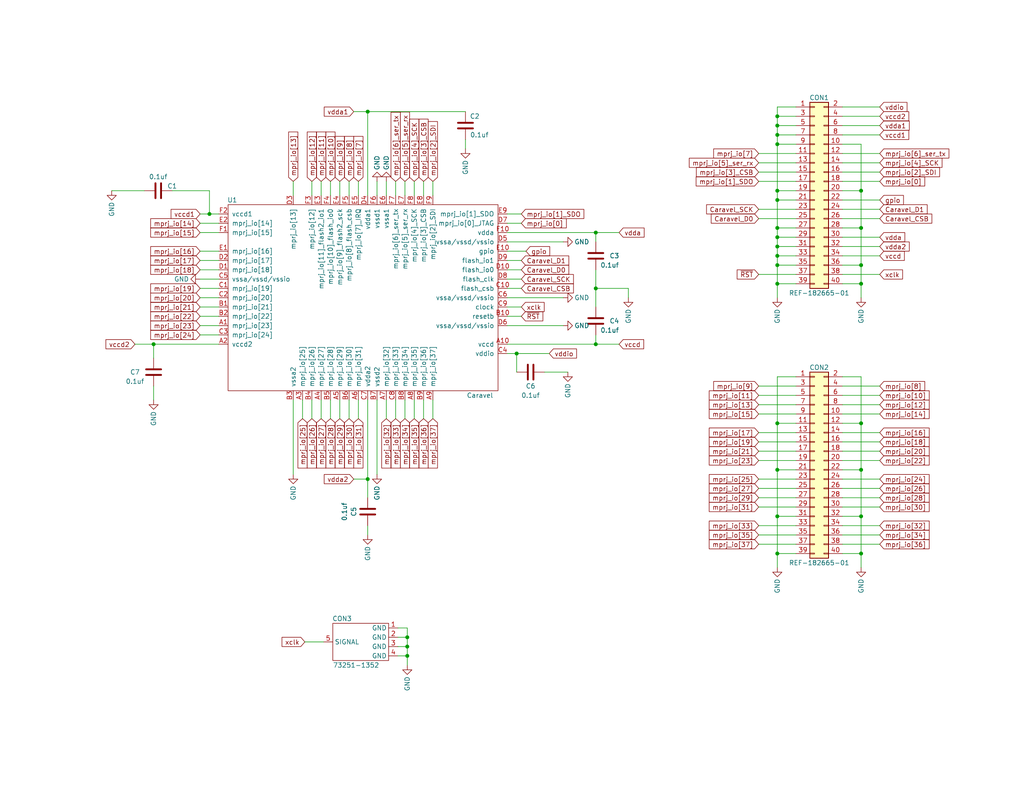
<source format=kicad_sch>
(kicad_sch (version 20211123) (generator eeschema)
  (paper "A")
  (lib_symbols
    (symbol "Connector_Generic:Conn_02x20_Odd_Even" (pin_names (offset 1.016) hide)
      (property "Reference" "J" (at 1.27 25.4 0))
      (property "Value" "Conn_02x20_Odd_Even" (at 1.27 -27.94 0))
      (symbol "Conn_02x20_Odd_Even_1_1"
        (rectangle (start -1.27 -25.273) (end 0 -25.527) (stroke (width 0.1524)))
        (rectangle (start -1.27 -22.733) (end 0 -22.987) (stroke (width 0.1524)))
        (rectangle (start -1.27 -20.193) (end 0 -20.447) (stroke (width 0.1524)))
        (rectangle (start -1.27 -17.653) (end 0 -17.907) (stroke (width 0.1524)))
        (rectangle (start -1.27 -15.113) (end 0 -15.367) (stroke (width 0.1524)))
        (rectangle (start -1.27 -12.573) (end 0 -12.827) (stroke (width 0.1524)))
        (rectangle (start -1.27 -10.033) (end 0 -10.287) (stroke (width 0.1524)))
        (rectangle (start -1.27 -7.493) (end 0 -7.747) (stroke (width 0.1524)))
        (rectangle (start -1.27 -4.953) (end 0 -5.207) (stroke (width 0.1524)))
        (rectangle (start -1.27 -2.413) (end 0 -2.667) (stroke (width 0.1524)))
        (rectangle (start -1.27 0.127) (end 0 -0.127) (stroke (width 0.1524)))
        (rectangle (start -1.27 2.667) (end 0 2.413) (stroke (width 0.1524)))
        (rectangle (start -1.27 5.207) (end 0 4.953) (stroke (width 0.1524)))
        (rectangle (start -1.27 7.747) (end 0 7.493) (stroke (width 0.1524)))
        (rectangle (start -1.27 10.287) (end 0 10.033) (stroke (width 0.1524)))
        (rectangle (start -1.27 12.827) (end 0 12.573) (stroke (width 0.1524)))
        (rectangle (start -1.27 15.367) (end 0 15.113) (stroke (width 0.1524)))
        (rectangle (start -1.27 17.907) (end 0 17.653) (stroke (width 0.1524)))
        (rectangle (start -1.27 20.447) (end 0 20.193) (stroke (width 0.1524)))
        (rectangle (start -1.27 22.987) (end 0 22.733) (stroke (width 0.1524)))
        (rectangle (start -1.27 24.13) (end 3.81 -26.67) (stroke (width 0.254)) (fill (type background)))
        (rectangle (start 3.81 -25.273) (end 2.54 -25.527) (stroke (width 0.1524)))
        (rectangle (start 3.81 -22.733) (end 2.54 -22.987) (stroke (width 0.1524)))
        (rectangle (start 3.81 -20.193) (end 2.54 -20.447) (stroke (width 0.1524)))
        (rectangle (start 3.81 -17.653) (end 2.54 -17.907) (stroke (width 0.1524)))
        (rectangle (start 3.81 -15.113) (end 2.54 -15.367) (stroke (width 0.1524)))
        (rectangle (start 3.81 -12.573) (end 2.54 -12.827) (stroke (width 0.1524)))
        (rectangle (start 3.81 -10.033) (end 2.54 -10.287) (stroke (width 0.1524)))
        (rectangle (start 3.81 -7.493) (end 2.54 -7.747) (stroke (width 0.1524)))
        (rectangle (start 3.81 -4.953) (end 2.54 -5.207) (stroke (width 0.1524)))
        (rectangle (start 3.81 -2.413) (end 2.54 -2.667) (stroke (width 0.1524)))
        (rectangle (start 3.81 0.127) (end 2.54 -0.127) (stroke (width 0.1524)))
        (rectangle (start 3.81 2.667) (end 2.54 2.413) (stroke (width 0.1524)))
        (rectangle (start 3.81 5.207) (end 2.54 4.953) (stroke (width 0.1524)))
        (rectangle (start 3.81 7.747) (end 2.54 7.493) (stroke (width 0.1524)))
        (rectangle (start 3.81 10.287) (end 2.54 10.033) (stroke (width 0.1524)))
        (rectangle (start 3.81 12.827) (end 2.54 12.573) (stroke (width 0.1524)))
        (rectangle (start 3.81 15.367) (end 2.54 15.113) (stroke (width 0.1524)))
        (rectangle (start 3.81 17.907) (end 2.54 17.653) (stroke (width 0.1524)))
        (rectangle (start 3.81 20.447) (end 2.54 20.193) (stroke (width 0.1524)))
        (rectangle (start 3.81 22.987) (end 2.54 22.733) (stroke (width 0.1524)))
        (pin passive line (at -5.08 22.86 0) (length 3.81) (name "Pin_1") (number "1"))
        (pin passive line (at 7.62 12.7 180) (length 3.81) (name "Pin_10") (number "10"))
        (pin passive line (at -5.08 10.16 0) (length 3.81) (name "Pin_11") (number "11"))
        (pin passive line (at 7.62 10.16 180) (length 3.81) (name "Pin_12") (number "12"))
        (pin passive line (at -5.08 7.62 0) (length 3.81) (name "Pin_13") (number "13"))
        (pin passive line (at 7.62 7.62 180) (length 3.81) (name "Pin_14") (number "14"))
        (pin passive line (at -5.08 5.08 0) (length 3.81) (name "Pin_15") (number "15"))
        (pin passive line (at 7.62 5.08 180) (length 3.81) (name "Pin_16") (number "16"))
        (pin passive line (at -5.08 2.54 0) (length 3.81) (name "Pin_17") (number "17"))
        (pin passive line (at 7.62 2.54 180) (length 3.81) (name "Pin_18") (number "18"))
        (pin passive line (at -5.08 0 0) (length 3.81) (name "Pin_19") (number "19"))
        (pin passive line (at 7.62 22.86 180) (length 3.81) (name "Pin_2") (number "2"))
        (pin passive line (at 7.62 0 180) (length 3.81) (name "Pin_20") (number "20"))
        (pin passive line (at -5.08 -2.54 0) (length 3.81) (name "Pin_21") (number "21"))
        (pin passive line (at 7.62 -2.54 180) (length 3.81) (name "Pin_22") (number "22"))
        (pin passive line (at -5.08 -5.08 0) (length 3.81) (name "Pin_23") (number "23"))
        (pin passive line (at 7.62 -5.08 180) (length 3.81) (name "Pin_24") (number "24"))
        (pin passive line (at -5.08 -7.62 0) (length 3.81) (name "Pin_25") (number "25"))
        (pin passive line (at 7.62 -7.62 180) (length 3.81) (name "Pin_26") (number "26"))
        (pin passive line (at -5.08 -10.16 0) (length 3.81) (name "Pin_27") (number "27"))
        (pin passive line (at 7.62 -10.16 180) (length 3.81) (name "Pin_28") (number "28"))
        (pin passive line (at -5.08 -12.7 0) (length 3.81) (name "Pin_29") (number "29"))
        (pin passive line (at -5.08 20.32 0) (length 3.81) (name "Pin_3") (number "3"))
        (pin passive line (at 7.62 -12.7 180) (length 3.81) (name "Pin_30") (number "30"))
        (pin passive line (at -5.08 -15.24 0) (length 3.81) (name "Pin_31") (number "31"))
        (pin passive line (at 7.62 -15.24 180) (length 3.81) (name "Pin_32") (number "32"))
        (pin passive line (at -5.08 -17.78 0) (length 3.81) (name "Pin_33") (number "33"))
        (pin passive line (at 7.62 -17.78 180) (length 3.81) (name "Pin_34") (number "34"))
        (pin passive line (at -5.08 -20.32 0) (length 3.81) (name "Pin_35") (number "35"))
        (pin passive line (at 7.62 -20.32 180) (length 3.81) (name "Pin_36") (number "36"))
        (pin passive line (at -5.08 -22.86 0) (length 3.81) (name "Pin_37") (number "37"))
        (pin passive line (at 7.62 -22.86 180) (length 3.81) (name "Pin_38") (number "38"))
        (pin passive line (at -5.08 -25.4 0) (length 3.81) (name "Pin_39") (number "39"))
        (pin passive line (at 7.62 20.32 180) (length 3.81) (name "Pin_4") (number "4"))
        (pin passive line (at 7.62 -25.4 180) (length 3.81) (name "Pin_40") (number "40"))
        (pin passive line (at -5.08 17.78 0) (length 3.81) (name "Pin_5") (number "5"))
        (pin passive line (at 7.62 17.78 180) (length 3.81) (name "Pin_6") (number "6"))
        (pin passive line (at -5.08 15.24 0) (length 3.81) (name "Pin_7") (number "7"))
        (pin passive line (at 7.62 15.24 180) (length 3.81) (name "Pin_8") (number "8"))
        (pin passive line (at -5.08 12.7 0) (length 3.81) (name "Pin_9") (number "9"))
      )
    )
    (symbol "Device:C" (pin_numbers hide) (pin_names (offset 0.254))
      (property "Reference" "C" (at 0.635 2.54 0))
      (property "Value" "C" (at 0.635 -2.54 0))
      (symbol "C_0_1"
        (polyline (pts (xy -2.032 -0.762) (xy 2.032 -0.762)) (stroke (width 0.508)))
        (polyline (pts (xy -2.032 0.762) (xy 2.032 0.762)) (stroke (width 0.508)))
      )
      (symbol "C_1_1"
        (pin passive line (at 0 3.81 270) (length 2.794) (name "~") (number "1"))
        (pin passive line (at 0 -3.81 90) (length 2.794) (name "~") (number "2"))
      )
    )
    (symbol "ok-chips:Caravel_WLCSP" (pin_names (offset 1.016))
      (property "Reference" "U" (at -24.13 34.29 0))
      (property "Value" "Caravel_WLCSP" (at 27.94 -40.64 0))
      (symbol "Caravel_WLCSP_0_1"
        (rectangle (start -24.13 31.75) (end 26.67 -41.91))
      )
      (symbol "Caravel_WLCSP_1_1"
        (pin bidirectional line (at -6.35 34.29 270) (length 2.54) (name "mprj_io[23]") (number "A1"))
        (pin power_in line (at -11.43 -44.45 90) (length 2.54) (name "vccd") (number "A10"))
        (pin power_in line (at -11.43 34.29 270) (length 2.54) (name "vccd2") (number "A2"))
        (pin bidirectional line (at -26.67 11.43 0) (length 2.54) (name "mprj_io[25]") (number "A3"))
        (pin bidirectional line (at -26.67 6.35 0) (length 2.54) (name "mprj_io[27]") (number "A4"))
        (pin bidirectional line (at -26.67 1.27 0) (length 2.54) (name "mprj_io[29]") (number "A5"))
        (pin bidirectional line (at -26.67 -3.81 0) (length 2.54) (name "mprj_io[31]") (number "A6"))
        (pin bidirectional line (at -26.67 -11.43 0) (length 2.54) (name "mprj_io[32]") (number "A7"))
        (pin bidirectional line (at -26.67 -19.05 0) (length 2.54) (name "mprj_io[35]") (number "A8"))
        (pin bidirectional line (at -26.67 -24.13 0) (length 2.54) (name "mprj_io[37]") (number "A9"))
        (pin bidirectional line (at -1.27 34.29 270) (length 2.54) (name "mprj_io[21]") (number "B1"))
        (pin input line (at -3.81 -44.45 90) (length 2.54) (name "resetb") (number "B10"))
        (pin bidirectional line (at -3.81 34.29 270) (length 2.54) (name "mprj_io[22]") (number "B2"))
        (pin power_in line (at -26.67 13.97 0) (length 2.54) (name "vssa2") (number "B3"))
        (pin bidirectional line (at -26.67 8.89 0) (length 2.54) (name "mprj_io[26]") (number "B4"))
        (pin bidirectional line (at -26.67 3.81 0) (length 2.54) (name "mprj_io[28]") (number "B5"))
        (pin bidirectional line (at -26.67 -1.27 0) (length 2.54) (name "mprj_io[30]") (number "B6"))
        (pin power_in line (at -26.67 -8.89 0) (length 2.54) (name "vssd2") (number "B7"))
        (pin bidirectional line (at -26.67 -16.51 0) (length 2.54) (name "mprj_io[34]") (number "B8"))
        (pin bidirectional line (at -26.67 -21.59 0) (length 2.54) (name "mprj_io[36]") (number "B9"))
        (pin bidirectional line (at 3.81 34.29 270) (length 2.54) (name "mprj_io[19]") (number "C1"))
        (pin output line (at 3.81 -44.45 90) (length 2.54) (name "flash_csb") (number "C10"))
        (pin bidirectional line (at 1.27 34.29 270) (length 2.54) (name "mprj_io[20]") (number "C2"))
        (pin bidirectional line (at -8.89 34.29 270) (length 2.54) (name "mprj_io[24]") (number "C3"))
        (pin power_in line (at -13.97 -44.45 90) (length 2.54) (name "vddio") (number "C4"))
        (pin power_in line (at 6.35 34.29 270) (length 2.54) (name "vssa/vssd/vssio") (number "C5"))
        (pin power_in line (at 1.27 -44.45 90) (length 2.54) (name "vssa/vssd/vssio") (number "C6"))
        (pin power_in line (at -26.67 -6.35 0) (length 2.54) (name "vdda2") (number "C7"))
        (pin bidirectional line (at -26.67 -13.97 0) (length 2.54) (name "mprj_io[33]") (number "C8"))
        (pin input line (at -1.27 -44.45 90) (length 2.54) (name "clock") (number "C9"))
        (pin bidirectional line (at 8.89 34.29 270) (length 2.54) (name "mprj_io[18]") (number "D1"))
        (pin bidirectional line (at 8.89 -44.45 90) (length 2.54) (name "flash_io0") (number "D10"))
        (pin bidirectional line (at 11.43 34.29 270) (length 2.54) (name "mprj_io[17]") (number "D2"))
        (pin bidirectional line (at 29.21 13.97 180) (length 2.54) (name "mprj_io[13]") (number "D3"))
        (pin power_in line (at 29.21 -6.35 180) (length 2.54) (name "vdda1") (number "D4"))
        (pin power_in line (at 16.51 -44.45 90) (length 2.54) (name "vssa/vssd/vssio") (number "D5"))
        (pin power_in line (at -6.35 -44.45 90) (length 2.54) (name "vssa/vssd/vssio") (number "D6"))
        (pin bidirectional line (at 21.59 -44.45 90) (length 2.54) (name "mprj_io[0]_JTAG") (number "D7"))
        (pin output line (at 6.35 -44.45 90) (length 2.54) (name "flash_clk") (number "D8"))
        (pin bidirectional line (at 11.43 -44.45 90) (length 2.54) (name "flash_io1") (number "D9"))
        (pin bidirectional line (at 13.97 34.29 270) (length 2.54) (name "mprj_io[16]") (number "E1"))
        (pin bidirectional line (at 13.97 -44.45 90) (length 2.54) (name "gpio") (number "E10"))
        (pin bidirectional line (at 21.59 34.29 270) (length 2.54) (name "mprj_io[14]") (number "E2"))
        (pin bidirectional line (at 29.21 6.35 180) (length 2.54) (name "mprj_io[11]_flash2_io1") (number "E3"))
        (pin bidirectional line (at 29.21 1.27 180) (length 2.54) (name "mprj_io[9]_flash2_sck") (number "E4"))
        (pin bidirectional line (at 29.21 -3.81 180) (length 2.54) (name "mprj_io[7]_IRQ") (number "E5"))
        (pin power_in line (at 29.21 -11.43 180) (length 2.54) (name "vssa1") (number "E6"))
        (pin bidirectional line (at 29.21 -16.51 180) (length 2.54) (name "mprj_io[5]_ser_rx") (number "E7"))
        (pin bidirectional line (at 29.21 -21.59 180) (length 2.54) (name "mprj_io[3]_CSB") (number "E8"))
        (pin bidirectional line (at 24.13 -44.45 90) (length 2.54) (name "mprj_io[1]_SDO") (number "E9"))
        (pin bidirectional line (at 19.05 34.29 270) (length 2.54) (name "mprj_io[15]") (number "F1"))
        (pin power_in line (at 19.05 -44.45 90) (length 2.54) (name "vdda") (number "F10"))
        (pin power_in line (at 24.13 34.29 270) (length 2.54) (name "vccd1") (number "F2"))
        (pin bidirectional line (at 29.21 8.89 180) (length 2.54) (name "mprj_io[12]") (number "F3"))
        (pin bidirectional line (at 29.21 3.81 180) (length 2.54) (name "mprj_io[10]_flash_io0") (number "F4"))
        (pin bidirectional line (at 29.21 -1.27 180) (length 2.54) (name "mprj_io[8]_flash_csb") (number "F5"))
        (pin power_in line (at 29.21 -8.89 180) (length 2.54) (name "vssd1") (number "F6"))
        (pin bidirectional line (at 29.21 -13.97 180) (length 2.54) (name "mprj_io[6]_ser_tx") (number "F7"))
        (pin bidirectional line (at 29.21 -19.05 180) (length 2.54) (name "mprj_io[4]_SCK") (number "F8"))
        (pin bidirectional line (at 29.21 -24.13 180) (length 2.54) (name "mprj_io[2]_SDI") (number "F9"))
      )
    )
    (symbol "ok-connectors:SMA_TH"
      (property "Reference" "CON" (at -5.08 6.35 0))
      (property "Value" "SMA_TH" (at -2.54 -6.35 0))
      (symbol "SMA_TH_0_1"
        (rectangle (start -7.62 5.08) (end 7.62 -5.08))
      )
      (symbol "SMA_TH_1_1"
        (pin input line (at 10.16 3.81 180) (length 2.54) (name "GND") (number "1"))
        (pin input line (at 10.16 1.27 180) (length 2.54) (name "GND") (number "2"))
        (pin input line (at 10.16 -1.27 180) (length 2.54) (name "GND") (number "3"))
        (pin input line (at 10.16 -3.81 180) (length 2.54) (name "GND") (number "4"))
        (pin input line (at -10.16 0 0) (length 2.54) (name "SIGNAL") (number "5"))
      )
    )
    (symbol "power:GND" (power) (pin_names (offset 0))
      (property "Value" "GND" (at 0 -3.81 0))
      (symbol "GND_0_1"
        (polyline (pts (xy 0 0) (xy 0 -1.27) (xy 1.27 -1.27) (xy 0 -2.54) (xy -1.27 -1.27) (xy 0 -1.27)))
      )
      (symbol "GND_1_1"
        (pin power_in line (at 0 0 270) (length 0) hide (name "GND") (number "1"))
      )
    )
  )
  (junction (at 41.91 93.98))
  (junction (at 111.125 176.53))
  (junction (at 212.09 62.23))
  (junction (at 162.56 63.5))
  (junction (at 212.09 52.07))
  (junction (at 212.09 64.77))
  (junction (at 212.09 34.29))
  (junction (at 100.33 130.81))
  (junction (at 111.125 179.07))
  (junction (at 234.95 62.23))
  (junction (at 162.56 93.98))
  (junction (at 111.125 173.99))
  (junction (at 212.09 128.27))
  (junction (at 212.09 36.83))
  (junction (at 140.97 96.52))
  (junction (at 100.33 30.48))
  (junction (at 212.09 67.31))
  (junction (at 234.95 140.97))
  (junction (at 162.56 78.74))
  (junction (at 212.09 69.85))
  (junction (at 212.09 72.39))
  (junction (at 57.15 58.42))
  (junction (at 212.09 77.47))
  (junction (at 234.95 151.13))
  (junction (at 212.09 115.57))
  (junction (at 212.09 151.13))
  (junction (at 234.95 115.57))
  (junction (at 234.95 52.07))
  (junction (at 212.09 39.37))
  (junction (at 212.09 31.75))
  (junction (at 234.95 128.27))
  (junction (at 212.09 54.61))
  (junction (at 234.95 72.39))
  (junction (at 212.09 140.97))
  (junction (at 234.95 77.47))
  (wire (pts (xy 229.87 120.65) (xy 240.03 120.65)))
  (wire (pts (xy 229.87 135.89) (xy 240.03 135.89)))
  (wire (pts (xy 100.33 30.48) (xy 100.33 53.34)))
  (wire (pts (xy 108.585 176.53) (xy 111.125 176.53)))
  (wire (pts (xy 207.01 74.93) (xy 217.17 74.93)))
  (wire (pts (xy 140.97 96.52) (xy 138.43 96.52)))
  (wire (pts (xy 217.17 69.85) (xy 212.09 69.85)))
  (wire (pts (xy 229.87 29.21) (xy 240.03 29.21)))
  (wire (pts (xy 207.01 59.69) (xy 217.17 59.69)))
  (wire (pts (xy 59.69 83.82) (xy 54.61 83.82)))
  (wire (pts (xy 168.91 63.5) (xy 162.56 63.5)))
  (wire (pts (xy 229.87 74.93) (xy 240.03 74.93)))
  (wire (pts (xy 229.87 105.41) (xy 240.03 105.41)))
  (wire (pts (xy 207.01 113.03) (xy 217.17 113.03)))
  (wire (pts (xy 212.09 36.83) (xy 212.09 39.37)))
  (wire (pts (xy 59.69 73.66) (xy 54.61 73.66)))
  (wire (pts (xy 229.87 118.11) (xy 240.03 118.11)))
  (wire (pts (xy 111.125 173.99) (xy 111.125 176.53)))
  (wire (pts (xy 212.09 102.87) (xy 212.09 115.57)))
  (wire (pts (xy 229.87 115.57) (xy 234.95 115.57)))
  (wire (pts (xy 229.87 125.73) (xy 240.03 125.73)))
  (wire (pts (xy 207.01 123.19) (xy 217.17 123.19)))
  (wire (pts (xy 212.09 128.27) (xy 212.09 140.97)))
  (wire (pts (xy 100.33 30.48) (xy 127 30.48)))
  (wire (pts (xy 207.01 118.11) (xy 217.17 118.11)))
  (wire (pts (xy 140.97 96.52) (xy 140.97 101.6)))
  (wire (pts (xy 41.91 93.98) (xy 36.83 93.98)))
  (wire (pts (xy 229.87 34.29) (xy 240.03 34.29)))
  (wire (pts (xy 82.55 114.3) (xy 82.55 109.22)))
  (wire (pts (xy 80.01 49.53) (xy 80.01 53.34)))
  (wire (pts (xy 142.24 71.12) (xy 138.43 71.12)))
  (wire (pts (xy 207.01 125.73) (xy 217.17 125.73)))
  (wire (pts (xy 80.01 129.54) (xy 80.01 109.22)))
  (wire (pts (xy 115.57 114.3) (xy 115.57 109.22)))
  (wire (pts (xy 212.09 31.75) (xy 217.17 31.75)))
  (wire (pts (xy 229.87 110.49) (xy 240.03 110.49)))
  (wire (pts (xy 229.87 62.23) (xy 234.95 62.23)))
  (wire (pts (xy 229.87 49.53) (xy 240.03 49.53)))
  (wire (pts (xy 30.48 52.07) (xy 39.37 52.07)))
  (wire (pts (xy 234.95 128.27) (xy 234.95 140.97)))
  (wire (pts (xy 83.185 175.26) (xy 88.265 175.26)))
  (wire (pts (xy 57.15 58.42) (xy 59.69 58.42)))
  (wire (pts (xy 229.87 146.05) (xy 240.03 146.05)))
  (wire (pts (xy 113.03 114.3) (xy 113.03 109.22)))
  (wire (pts (xy 207.01 49.53) (xy 217.17 49.53)))
  (wire (pts (xy 142.24 83.82) (xy 138.43 83.82)))
  (wire (pts (xy 217.17 102.87) (xy 212.09 102.87)))
  (wire (pts (xy 229.87 57.15) (xy 240.03 57.15)))
  (wire (pts (xy 92.71 114.3) (xy 92.71 109.22)))
  (wire (pts (xy 41.91 93.98) (xy 59.69 93.98)))
  (wire (pts (xy 229.87 140.97) (xy 234.95 140.97)))
  (wire (pts (xy 97.79 114.3) (xy 97.79 109.22)))
  (wire (pts (xy 229.87 123.19) (xy 240.03 123.19)))
  (wire (pts (xy 212.09 64.77) (xy 212.09 67.31)))
  (wire (pts (xy 110.49 114.3) (xy 110.49 109.22)))
  (wire (pts (xy 212.09 39.37) (xy 217.17 39.37)))
  (wire (pts (xy 207.01 146.05) (xy 217.17 146.05)))
  (wire (pts (xy 207.01 143.51) (xy 217.17 143.51)))
  (wire (pts (xy 168.91 93.98) (xy 162.56 93.98)))
  (wire (pts (xy 207.01 138.43) (xy 217.17 138.43)))
  (wire (pts (xy 100.33 135.89) (xy 100.33 130.81)))
  (wire (pts (xy 41.91 93.98) (xy 41.91 97.79)))
  (wire (pts (xy 100.33 130.81) (xy 100.33 109.22)))
  (wire (pts (xy 212.09 34.29) (xy 212.09 36.83)))
  (wire (pts (xy 212.09 54.61) (xy 212.09 62.23)))
  (wire (pts (xy 229.87 107.95) (xy 240.03 107.95)))
  (wire (pts (xy 229.87 72.39) (xy 234.95 72.39)))
  (wire (pts (xy 212.09 69.85) (xy 212.09 72.39)))
  (wire (pts (xy 207.01 120.65) (xy 217.17 120.65)))
  (wire (pts (xy 90.17 49.53) (xy 90.17 53.34)))
  (wire (pts (xy 212.09 140.97) (xy 217.17 140.97)))
  (wire (pts (xy 229.87 67.31) (xy 240.03 67.31)))
  (wire (pts (xy 105.41 49.53) (xy 105.41 53.34)))
  (wire (pts (xy 142.24 73.66) (xy 138.43 73.66)))
  (wire (pts (xy 212.09 151.13) (xy 212.09 154.94)))
  (wire (pts (xy 142.24 78.74) (xy 138.43 78.74)))
  (wire (pts (xy 111.125 179.07) (xy 111.125 181.61)))
  (wire (pts (xy 111.125 176.53) (xy 111.125 179.07)))
  (wire (pts (xy 110.49 49.53) (xy 110.49 53.34)))
  (wire (pts (xy 212.09 77.47) (xy 217.17 77.47)))
  (wire (pts (xy 100.33 143.51) (xy 100.33 146.05)))
  (wire (pts (xy 90.17 114.3) (xy 90.17 109.22)))
  (wire (pts (xy 234.95 72.39) (xy 234.95 77.47)))
  (wire (pts (xy 85.09 114.3) (xy 85.09 109.22)))
  (wire (pts (xy 87.63 114.3) (xy 87.63 109.22)))
  (wire (pts (xy 118.11 53.34) (xy 118.11 49.53)))
  (wire (pts (xy 229.87 130.81) (xy 240.03 130.81)))
  (wire (pts (xy 162.56 93.98) (xy 138.43 93.98)))
  (wire (pts (xy 234.95 77.47) (xy 234.95 81.28)))
  (wire (pts (xy 153.67 66.04) (xy 138.43 66.04)))
  (wire (pts (xy 234.95 140.97) (xy 234.95 151.13)))
  (wire (pts (xy 162.56 78.74) (xy 162.56 83.82)))
  (wire (pts (xy 57.15 58.42) (xy 57.15 52.07)))
  (wire (pts (xy 212.09 31.75) (xy 212.09 34.29)))
  (wire (pts (xy 229.87 148.59) (xy 240.03 148.59)))
  (wire (pts (xy 229.87 138.43) (xy 240.03 138.43)))
  (wire (pts (xy 217.17 72.39) (xy 212.09 72.39)))
  (wire (pts (xy 217.17 64.77) (xy 212.09 64.77)))
  (wire (pts (xy 143.51 68.58) (xy 138.43 68.58)))
  (wire (pts (xy 229.87 46.99) (xy 240.03 46.99)))
  (wire (pts (xy 59.69 91.44) (xy 54.61 91.44)))
  (wire (pts (xy 107.95 49.53) (xy 107.95 53.34)))
  (wire (pts (xy 162.56 91.44) (xy 162.56 93.98)))
  (wire (pts (xy 95.25 49.53) (xy 95.25 53.34)))
  (wire (pts (xy 207.01 44.45) (xy 217.17 44.45)))
  (wire (pts (xy 229.87 64.77) (xy 240.03 64.77)))
  (wire (pts (xy 138.43 63.5) (xy 162.56 63.5)))
  (wire (pts (xy 92.71 49.53) (xy 92.71 53.34)))
  (wire (pts (xy 100.33 130.81) (xy 96.52 130.81)))
  (wire (pts (xy 162.56 73.66) (xy 162.56 78.74)))
  (wire (pts (xy 57.15 52.07) (xy 46.99 52.07)))
  (wire (pts (xy 113.03 49.53) (xy 113.03 53.34)))
  (wire (pts (xy 212.09 67.31) (xy 212.09 69.85)))
  (wire (pts (xy 142.24 76.2) (xy 138.43 76.2)))
  (wire (pts (xy 207.01 110.49) (xy 217.17 110.49)))
  (wire (pts (xy 108.585 173.99) (xy 111.125 173.99)))
  (wire (pts (xy 207.01 107.95) (xy 217.17 107.95)))
  (wire (pts (xy 207.01 148.59) (xy 217.17 148.59)))
  (wire (pts (xy 59.69 81.28) (xy 54.61 81.28)))
  (wire (pts (xy 100.33 30.48) (xy 96.52 30.48)))
  (wire (pts (xy 212.09 29.21) (xy 217.17 29.21)))
  (wire (pts (xy 212.09 115.57) (xy 212.09 128.27)))
  (wire (pts (xy 59.69 68.58) (xy 54.61 68.58)))
  (wire (pts (xy 229.87 113.03) (xy 240.03 113.03)))
  (wire (pts (xy 229.87 41.91) (xy 240.03 41.91)))
  (wire (pts (xy 234.95 115.57) (xy 234.95 128.27)))
  (wire (pts (xy 229.87 102.87) (xy 234.95 102.87)))
  (wire (pts (xy 108.585 171.45) (xy 111.125 171.45)))
  (wire (pts (xy 97.79 49.53) (xy 97.79 53.34)))
  (wire (pts (xy 207.01 41.91) (xy 217.17 41.91)))
  (wire (pts (xy 59.69 71.12) (xy 54.61 71.12)))
  (wire (pts (xy 212.09 128.27) (xy 217.17 128.27)))
  (wire (pts (xy 212.09 29.21) (xy 212.09 31.75)))
  (wire (pts (xy 127 40.64) (xy 127 38.1)))
  (wire (pts (xy 102.87 53.34) (xy 102.87 49.53)))
  (wire (pts (xy 217.17 62.23) (xy 212.09 62.23)))
  (wire (pts (xy 212.09 115.57) (xy 217.17 115.57)))
  (wire (pts (xy 229.87 44.45) (xy 240.03 44.45)))
  (wire (pts (xy 59.69 78.74) (xy 54.61 78.74)))
  (wire (pts (xy 234.95 151.13) (xy 234.95 154.94)))
  (wire (pts (xy 229.87 59.69) (xy 240.03 59.69)))
  (wire (pts (xy 115.57 49.53) (xy 115.57 53.34)))
  (wire (pts (xy 229.87 31.75) (xy 240.03 31.75)))
  (wire (pts (xy 229.87 151.13) (xy 234.95 151.13)))
  (wire (pts (xy 229.87 52.07) (xy 234.95 52.07)))
  (wire (pts (xy 207.01 57.15) (xy 217.17 57.15)))
  (wire (pts (xy 153.67 88.9) (xy 138.43 88.9)))
  (wire (pts (xy 229.87 69.85) (xy 240.03 69.85)))
  (wire (pts (xy 212.09 52.07) (xy 212.09 54.61)))
  (wire (pts (xy 54.61 63.5) (xy 59.69 63.5)))
  (wire (pts (xy 108.585 179.07) (xy 111.125 179.07)))
  (wire (pts (xy 85.09 49.53) (xy 85.09 53.34)))
  (wire (pts (xy 212.09 34.29) (xy 217.17 34.29)))
  (wire (pts (xy 229.87 77.47) (xy 234.95 77.47)))
  (wire (pts (xy 154.94 101.6) (xy 148.59 101.6)))
  (wire (pts (xy 105.41 114.3) (xy 105.41 109.22)))
  (wire (pts (xy 212.09 39.37) (xy 212.09 52.07)))
  (wire (pts (xy 229.87 133.35) (xy 240.03 133.35)))
  (wire (pts (xy 229.87 39.37) (xy 234.95 39.37)))
  (wire (pts (xy 59.69 86.36) (xy 54.61 86.36)))
  (wire (pts (xy 212.09 151.13) (xy 217.17 151.13)))
  (wire (pts (xy 229.87 143.51) (xy 240.03 143.51)))
  (wire (pts (xy 140.97 96.52) (xy 149.86 96.52)))
  (wire (pts (xy 212.09 77.47) (xy 212.09 81.28)))
  (wire (pts (xy 171.45 78.74) (xy 171.45 81.28)))
  (wire (pts (xy 41.91 105.41) (xy 41.91 109.22)))
  (wire (pts (xy 212.09 140.97) (xy 212.09 151.13)))
  (wire (pts (xy 207.01 135.89) (xy 217.17 135.89)))
  (wire (pts (xy 229.87 36.83) (xy 240.03 36.83)))
  (wire (pts (xy 207.01 130.81) (xy 217.17 130.81)))
  (wire (pts (xy 234.95 39.37) (xy 234.95 52.07)))
  (wire (pts (xy 54.61 58.42) (xy 57.15 58.42)))
  (wire (pts (xy 234.95 62.23) (xy 234.95 72.39)))
  (wire (pts (xy 142.24 58.42) (xy 138.43 58.42)))
  (wire (pts (xy 212.09 36.83) (xy 217.17 36.83)))
  (wire (pts (xy 212.09 54.61) (xy 217.17 54.61)))
  (wire (pts (xy 107.95 114.3) (xy 107.95 109.22)))
  (wire (pts (xy 87.63 49.53) (xy 87.63 53.34)))
  (wire (pts (xy 207.01 133.35) (xy 217.17 133.35)))
  (wire (pts (xy 153.67 81.28) (xy 138.43 81.28)))
  (wire (pts (xy 207.01 46.99) (xy 217.17 46.99)))
  (wire (pts (xy 118.11 114.3) (xy 118.11 109.22)))
  (wire (pts (xy 95.25 114.3) (xy 95.25 109.22)))
  (wire (pts (xy 54.61 76.2) (xy 59.69 76.2)))
  (wire (pts (xy 234.95 102.87) (xy 234.95 115.57)))
  (wire (pts (xy 162.56 63.5) (xy 162.56 66.04)))
  (wire (pts (xy 142.24 86.36) (xy 138.43 86.36)))
  (wire (pts (xy 212.09 62.23) (xy 212.09 64.77)))
  (wire (pts (xy 234.95 52.07) (xy 234.95 62.23)))
  (wire (pts (xy 229.87 128.27) (xy 234.95 128.27)))
  (wire (pts (xy 162.56 78.74) (xy 171.45 78.74)))
  (wire (pts (xy 59.69 88.9) (xy 54.61 88.9)))
  (wire (pts (xy 111.125 171.45) (xy 111.125 173.99)))
  (wire (pts (xy 207.01 105.41) (xy 217.17 105.41)))
  (wire (pts (xy 229.87 54.61) (xy 240.03 54.61)))
  (wire (pts (xy 217.17 67.31) (xy 212.09 67.31)))
  (wire (pts (xy 59.69 60.96) (xy 54.61 60.96)))
  (wire (pts (xy 102.87 129.54) (xy 102.87 109.22)))
  (wire (pts (xy 212.09 72.39) (xy 212.09 77.47)))
  (wire (pts (xy 212.09 52.07) (xy 217.17 52.07)))
  (wire (pts (xy 142.24 60.96) (xy 138.43 60.96)))
  (global_label "mprj_io[11]" (shape input) (at 207.01 107.95 180) (property "Intersheet References" "${INTERSHEET_REFS}" (effects hide)))
  (global_label "mprj_io[10]" (shape input) (at 240.03 107.95 0) (property "Intersheet References" "${INTERSHEET_REFS}" (effects hide)))
  (global_label "mprj_io[17]" (shape input) (at 54.61 71.12 180) (property "Intersheet References" "${INTERSHEET_REFS}" (effects hide)))
  (global_label "mprj_io[13]" (shape input) (at 80.01 49.53 90) (property "Intersheet References" "${INTERSHEET_REFS}" (effects hide)))
  (global_label "mprj_io[10]" (shape input) (at 90.17 49.53 90) (property "Intersheet References" "${INTERSHEET_REFS}" (effects hide)))
  (global_label "vccd2" (shape input) (at 36.83 93.98 180) (property "Intersheet References" "${INTERSHEET_REFS}" (effects hide)))
  (global_label "vccd" (shape input) (at 168.91 93.98 0) (property "Intersheet References" "${INTERSHEET_REFS}" (effects hide)))
  (global_label "mprj_io[29]" (shape input) (at 92.71 114.3 270) (property "Intersheet References" "${INTERSHEET_REFS}" (effects hide)))
  (global_label "mprj_io[17]" (shape input) (at 207.01 118.11 180) (property "Intersheet References" "${INTERSHEET_REFS}" (effects hide)))
  (global_label "vdda1" (shape input) (at 96.52 30.48 180) (property "Intersheet References" "${INTERSHEET_REFS}" (effects hide)))
  (global_label "mprj_io[31]" (shape input) (at 97.79 114.3 270) (property "Intersheet References" "${INTERSHEET_REFS}" (effects hide)))
  (global_label "Caravel_CSB" (shape input) (at 142.24 78.74 0) (property "Intersheet References" "${INTERSHEET_REFS}" (effects hide)))
  (global_label "mprj_io[19]" (shape input) (at 207.01 120.65 180) (property "Intersheet References" "${INTERSHEET_REFS}" (effects hide)))
  (global_label "vdda1" (shape input) (at 240.03 34.29 0) (property "Intersheet References" "${INTERSHEET_REFS}" (effects hide)))
  (global_label "mprj_io[5]_ser_rx" (shape input) (at 110.49 49.53 90) (property "Intersheet References" "${INTERSHEET_REFS}" (effects hide)))
  (global_label "mprj_io[16]" (shape input) (at 54.61 68.58 180) (property "Intersheet References" "${INTERSHEET_REFS}" (effects hide)))
  (global_label "mprj_io[34]" (shape input) (at 110.49 114.3 270) (property "Intersheet References" "${INTERSHEET_REFS}" (effects hide)))
  (global_label "mprj_io[12]" (shape input) (at 85.09 49.53 90) (property "Intersheet References" "${INTERSHEET_REFS}" (effects hide)))
  (global_label "mprj_io[6]_ser_tx" (shape input) (at 240.03 41.91 0) (property "Intersheet References" "${INTERSHEET_REFS}" (effects hide)))
  (global_label "vddio" (shape input) (at 240.03 29.21 0) (property "Intersheet References" "${INTERSHEET_REFS}" (effects hide)))
  (global_label "mprj_io[14]" (shape input) (at 54.61 60.96 180) (property "Intersheet References" "${INTERSHEET_REFS}" (effects hide)))
  (global_label "mprj_io[24]" (shape input) (at 240.03 130.81 0) (property "Intersheet References" "${INTERSHEET_REFS}" (effects hide)))
  (global_label "mprj_io[35]" (shape input) (at 207.01 146.05 180) (property "Intersheet References" "${INTERSHEET_REFS}" (effects hide)))
  (global_label "mprj_io[36]" (shape input) (at 115.57 114.3 270) (property "Intersheet References" "${INTERSHEET_REFS}" (effects hide)))
  (global_label "mprj_io[28]" (shape input) (at 90.17 114.3 270) (property "Intersheet References" "${INTERSHEET_REFS}" (effects hide)))
  (global_label "mprj_io[15]" (shape input) (at 207.01 113.03 180) (property "Intersheet References" "${INTERSHEET_REFS}" (effects hide)))
  (global_label "mprj_io[22]" (shape input) (at 240.03 125.73 0) (property "Intersheet References" "${INTERSHEET_REFS}" (effects hide)))
  (global_label "mprj_io[34]" (shape input) (at 240.03 146.05 0) (property "Intersheet References" "${INTERSHEET_REFS}" (effects hide)))
  (global_label "mprj_io[25]" (shape input) (at 82.55 114.3 270) (property "Intersheet References" "${INTERSHEET_REFS}" (effects hide)))
  (global_label "mprj_io[28]" (shape input) (at 240.03 135.89 0) (property "Intersheet References" "${INTERSHEET_REFS}" (effects hide)))
  (global_label "mprj_io[37]" (shape input) (at 118.11 114.3 270) (property "Intersheet References" "${INTERSHEET_REFS}" (effects hide)))
  (global_label "mprj_io[14]" (shape input) (at 240.03 113.03 0) (property "Intersheet References" "${INTERSHEET_REFS}" (effects hide)))
  (global_label "vccd1" (shape input) (at 240.03 36.83 0) (property "Intersheet References" "${INTERSHEET_REFS}" (effects hide)))
  (global_label "mprj_io[4]_SCK" (shape input) (at 113.03 49.53 90) (property "Intersheet References" "${INTERSHEET_REFS}" (effects hide)))
  (global_label "mprj_io[1]_SDO" (shape input) (at 142.24 58.42 0) (property "Intersheet References" "${INTERSHEET_REFS}" (effects hide)))
  (global_label "mprj_io[35]" (shape input) (at 113.03 114.3 270) (property "Intersheet References" "${INTERSHEET_REFS}" (effects hide)))
  (global_label "mprj_io[15]" (shape input) (at 54.61 63.5 180) (property "Intersheet References" "${INTERSHEET_REFS}" (effects hide)))
  (global_label "mprj_io[30]" (shape input) (at 95.25 114.3 270) (property "Intersheet References" "${INTERSHEET_REFS}" (effects hide)))
  (global_label "Caravel_D0" (shape input) (at 207.01 59.69 180) (property "Intersheet References" "${INTERSHEET_REFS}" (effects hide)))
  (global_label "mprj_io[2]_SDI" (shape input) (at 118.11 49.53 90) (property "Intersheet References" "${INTERSHEET_REFS}" (effects hide)))
  (global_label "mprj_io[2]_SDI" (shape input) (at 240.03 46.99 0) (property "Intersheet References" "${INTERSHEET_REFS}" (effects hide)))
  (global_label "mprj_io[5]_ser_rx" (shape input) (at 207.01 44.45 180) (property "Intersheet References" "${INTERSHEET_REFS}" (effects hide)))
  (global_label "mprj_io[6]_ser_tx" (shape input) (at 107.95 49.53 90) (property "Intersheet References" "${INTERSHEET_REFS}" (effects hide)))
  (global_label "xclk" (shape input) (at 142.24 83.82 0) (property "Intersheet References" "${INTERSHEET_REFS}" (effects hide)))
  (global_label "vdda2" (shape input) (at 96.52 130.81 180) (property "Intersheet References" "${INTERSHEET_REFS}" (effects hide)))
  (global_label "mprj_io[12]" (shape input) (at 240.03 110.49 0) (property "Intersheet References" "${INTERSHEET_REFS}" (effects hide)))
  (global_label "vccd" (shape input) (at 240.03 69.85 0) (property "Intersheet References" "${INTERSHEET_REFS}" (effects hide)))
  (global_label "vddio" (shape input) (at 149.86 96.52 0) (property "Intersheet References" "${INTERSHEET_REFS}" (effects hide)))
  (global_label "Caravel_SCK" (shape input) (at 207.01 57.15 180) (property "Intersheet References" "${INTERSHEET_REFS}" (effects hide)))
  (global_label "mprj_io[18]" (shape input) (at 240.03 120.65 0) (property "Intersheet References" "${INTERSHEET_REFS}" (effects hide)))
  (global_label "mprj_io[25]" (shape input) (at 207.01 130.81 180) (property "Intersheet References" "${INTERSHEET_REFS}" (effects hide)))
  (global_label "mprj_io[21]" (shape input) (at 54.61 83.82 180) (property "Intersheet References" "${INTERSHEET_REFS}" (effects hide)))
  (global_label "mprj_io[22]" (shape input) (at 54.61 86.36 180) (property "Intersheet References" "${INTERSHEET_REFS}" (effects hide)))
  (global_label "mprj_io[26]" (shape input) (at 85.09 114.3 270) (property "Intersheet References" "${INTERSHEET_REFS}" (effects hide)))
  (global_label "mprj_io[33]" (shape input) (at 107.95 114.3 270) (property "Intersheet References" "${INTERSHEET_REFS}" (effects hide)))
  (global_label "mprj_io[27]" (shape input) (at 87.63 114.3 270) (property "Intersheet References" "${INTERSHEET_REFS}" (effects hide)))
  (global_label "Caravel_D1" (shape input) (at 142.24 71.12 0) (property "Intersheet References" "${INTERSHEET_REFS}" (effects hide)))
  (global_label "Caravel_D0" (shape input) (at 142.24 73.66 0) (property "Intersheet References" "${INTERSHEET_REFS}" (effects hide)))
  (global_label "mprj_io[37]" (shape input) (at 207.01 148.59 180) (property "Intersheet References" "${INTERSHEET_REFS}" (effects hide)))
  (global_label "mprj_io[23]" (shape input) (at 207.01 125.73 180) (property "Intersheet References" "${INTERSHEET_REFS}" (effects hide)))
  (global_label "vdda2" (shape input) (at 240.03 67.31 0) (property "Intersheet References" "${INTERSHEET_REFS}" (effects hide)))
  (global_label "mprj_io[32]" (shape input) (at 240.03 143.51 0) (property "Intersheet References" "${INTERSHEET_REFS}" (effects hide)))
  (global_label "mprj_io[11]" (shape input) (at 87.63 49.53 90) (property "Intersheet References" "${INTERSHEET_REFS}" (effects hide)))
  (global_label "vccd1" (shape input) (at 54.61 58.42 180) (property "Intersheet References" "${INTERSHEET_REFS}" (effects hide)))
  (global_label "mprj_io[23]" (shape input) (at 54.61 88.9 180) (property "Intersheet References" "${INTERSHEET_REFS}" (effects hide)))
  (global_label "mprj_io[31]" (shape input) (at 207.01 138.43 180) (property "Intersheet References" "${INTERSHEET_REFS}" (effects hide)))
  (global_label "mprj_io[21]" (shape input) (at 207.01 123.19 180) (property "Intersheet References" "${INTERSHEET_REFS}" (effects hide)))
  (global_label "mprj_io[9]" (shape input) (at 207.01 105.41 180) (property "Intersheet References" "${INTERSHEET_REFS}" (effects hide)))
  (global_label "vccd2" (shape input) (at 240.03 31.75 0) (property "Intersheet References" "${INTERSHEET_REFS}" (effects hide)))
  (global_label "mprj_io[24]" (shape input) (at 54.61 91.44 180) (property "Intersheet References" "${INTERSHEET_REFS}" (effects hide)))
  (global_label "mprj_io[36]" (shape input) (at 240.03 148.59 0) (property "Intersheet References" "${INTERSHEET_REFS}" (effects hide)))
  (global_label "mprj_io[7]" (shape input) (at 97.79 49.53 90) (property "Intersheet References" "${INTERSHEET_REFS}" (effects hide)))
  (global_label "Caravel_SCK" (shape input) (at 142.24 76.2 0) (property "Intersheet References" "${INTERSHEET_REFS}" (effects hide)))
  (global_label "mprj_io[19]" (shape input) (at 54.61 78.74 180) (property "Intersheet References" "${INTERSHEET_REFS}" (effects hide)))
  (global_label "mprj_io[4]_SCK" (shape input) (at 240.03 44.45 0) (property "Intersheet References" "${INTERSHEET_REFS}" (effects hide)))
  (global_label "mprj_io[30]" (shape input) (at 240.03 138.43 0) (property "Intersheet References" "${INTERSHEET_REFS}" (effects hide)))
  (global_label "gpio" (shape input) (at 240.03 54.61 0) (property "Intersheet References" "${INTERSHEET_REFS}" (effects hide)))
  (global_label "mprj_io[8]" (shape input) (at 95.25 49.53 90) (property "Intersheet References" "${INTERSHEET_REFS}" (effects hide)))
  (global_label "mprj_io[26]" (shape input) (at 240.03 133.35 0) (property "Intersheet References" "${INTERSHEET_REFS}" (effects hide)))
  (global_label "~{RST}" (shape input) (at 207.01 74.93 180) (property "Intersheet References" "${INTERSHEET_REFS}" (effects hide)))
  (global_label "mprj_io[32]" (shape input) (at 105.41 114.3 270) (property "Intersheet References" "${INTERSHEET_REFS}" (effects hide)))
  (global_label "mprj_io[8]" (shape input) (at 240.03 105.41 0) (property "Intersheet References" "${INTERSHEET_REFS}" (effects hide)))
  (global_label "~{RST}" (shape input) (at 142.24 86.36 0) (property "Intersheet References" "${INTERSHEET_REFS}" (effects hide)))
  (global_label "mprj_io[27]" (shape input) (at 207.01 133.35 180) (property "Intersheet References" "${INTERSHEET_REFS}" (effects hide)))
  (global_label "mprj_io[29]" (shape input) (at 207.01 135.89 180) (property "Intersheet References" "${INTERSHEET_REFS}" (effects hide)))
  (global_label "mprj_io[9]" (shape input) (at 92.71 49.53 90) (property "Intersheet References" "${INTERSHEET_REFS}" (effects hide)))
  (global_label "xclk" (shape input) (at 240.03 74.93 0) (property "Intersheet References" "${INTERSHEET_REFS}" (effects hide)))
  (global_label "xclk" (shape input) (at 83.185 175.26 180) (property "Intersheet References" "${INTERSHEET_REFS}" (effects hide)))
  (global_label "mprj_io[3]_CSB" (shape input) (at 207.01 46.99 180) (property "Intersheet References" "${INTERSHEET_REFS}" (effects hide)))
  (global_label "mprj_io[18]" (shape input) (at 54.61 73.66 180) (property "Intersheet References" "${INTERSHEET_REFS}" (effects hide)))
  (global_label "mprj_io[1]_SDO" (shape input) (at 207.01 49.53 180) (property "Intersheet References" "${INTERSHEET_REFS}" (effects hide)))
  (global_label "mprj_io[33]" (shape input) (at 207.01 143.51 180) (property "Intersheet References" "${INTERSHEET_REFS}" (effects hide)))
  (global_label "Caravel_D1" (shape input) (at 240.03 57.15 0) (property "Intersheet References" "${INTERSHEET_REFS}" (effects hide)))
  (global_label "vdda" (shape input) (at 240.03 64.77 0) (property "Intersheet References" "${INTERSHEET_REFS}" (effects hide)))
  (global_label "mprj_io[16]" (shape input) (at 240.03 118.11 0) (property "Intersheet References" "${INTERSHEET_REFS}" (effects hide)))
  (global_label "mprj_io[13]" (shape input) (at 207.01 110.49 180) (property "Intersheet References" "${INTERSHEET_REFS}" (effects hide)))
  (global_label "mprj_io[20]" (shape input) (at 54.61 81.28 180) (property "Intersheet References" "${INTERSHEET_REFS}" (effects hide)))
  (global_label "mprj_io[20]" (shape input) (at 240.03 123.19 0) (property "Intersheet References" "${INTERSHEET_REFS}" (effects hide)))
  (global_label "vdda" (shape input) (at 168.91 63.5 0) (property "Intersheet References" "${INTERSHEET_REFS}" (effects hide)))
  (global_label "gpio" (shape input) (at 143.51 68.58 0) (property "Intersheet References" "${INTERSHEET_REFS}" (effects hide)))
  (global_label "mprj_io[0]" (shape input) (at 240.03 49.53 0) (property "Intersheet References" "${INTERSHEET_REFS}" (effects hide)))
  (global_label "mprj_io[3]_CSB" (shape input) (at 115.57 49.53 90) (property "Intersheet References" "${INTERSHEET_REFS}" (effects hide)))
  (global_label "mprj_io[7]" (shape input) (at 207.01 41.91 180) (property "Intersheet References" "${INTERSHEET_REFS}" (effects hide)))
  (global_label "Caravel_CSB" (shape input) (at 240.03 59.69 0) (property "Intersheet References" "${INTERSHEET_REFS}" (effects hide)))
  (global_label "mprj_io[0]" (shape input) (at 142.24 60.96 0) (property "Intersheet References" "${INTERSHEET_REFS}" (effects hide)))
  (symbol (lib_id "ok-chips:Caravel_WLCSP") (at 93.98 82.55 90) (unit 1)
    (property "Reference" "U1" (at 64.77 54.61 90) (effects (justify left)))
    (property "Value" "Caravel" (at 134.62 107.95 90) (effects (justify left)))
    (property "Footprint" "ok-chips:Caravel_WLCSP" (effects hide))
    (property "LibSource" "https://github.com/efabless/caravel_board/blob/84c2a618c3ccb63b4e827d80adff53c441349ad6/hardware/symbols/Caravel_board.kicad_sym" (effects hide))
  )
  (symbol (lib_id "Device:C") (at 162.56 69.85 0) (unit 1)
    (property "Reference" "C3" (at 167.64 69.85 0))
    (property "Value" "0.1uf" (at 166.37 72.39 0))
    (property "Footprint" "Capacitor_SMD:C_0402_1005Metric" (effects hide))
  )
  (symbol (lib_id "power:GND") (at 102.87 129.54 0) (unit 1)
    (property "Reference" "#PWR013" (effects hide))
    (property "Value" "GND" (at 102.87 134.62 90))
  )
  (symbol (lib_id "power:GND") (at 153.67 88.9 90) (unit 1)
    (property "Reference" "#PWR023" (effects hide))
    (property "Value" "GND" (at 158.75 88.9 90))
  )
  (symbol (lib_id "power:GND") (at 153.67 66.04 90) (unit 1)
    (property "Reference" "#PWR021" (effects hide))
    (property "Value" "GND" (at 158.75 66.04 90))
  )
  (symbol (lib_id "power:GND") (at 153.67 81.28 90) (unit 1)
    (property "Reference" "#PWR022" (effects hide))
    (property "Value" "GND" (at 158.75 81.28 90))
  )
  (symbol (lib_id "power:GND") (at 102.87 49.53 180) (unit 1)
    (property "Reference" "#PWR012" (effects hide))
    (property "Value" "GND" (at 102.87 44.45 90))
  )
  (symbol (lib_id "power:GND") (at 105.41 49.53 180) (unit 1)
    (property "Reference" "#PWR014" (effects hide))
    (property "Value" "GND" (at 105.41 44.45 90))
  )
  (symbol (lib_id "power:GND") (at 80.01 129.54 0) (unit 1)
    (property "Reference" "#PWR011" (effects hide))
    (property "Value" "GND" (at 80.01 134.62 90))
  )
  (symbol (lib_id "power:GND") (at 41.91 109.22 0) (unit 1)
    (property "Reference" "#PWR07" (effects hide))
    (property "Value" "GND" (at 41.91 114.3 90))
  )
  (symbol (lib_id "Device:C") (at 144.78 101.6 270) (unit 1)
    (property "Reference" "C6" (at 144.78 105.41 90))
    (property "Value" "0.1uf" (at 144.78 107.95 90))
    (property "Footprint" "Capacitor_SMD:C_0402_1005Metric" (effects hide))
  )
  (symbol (lib_id "Device:C") (at 162.56 87.63 0) (unit 1)
    (property "Reference" "C4" (at 167.64 87.63 0))
    (property "Value" "0.1uf" (at 166.37 90.17 0))
    (property "Footprint" "Capacitor_SMD:C_0402_1005Metric" (effects hide))
  )
  (symbol (lib_id "power:GND") (at 171.45 81.28 0) (unit 1)
    (property "Reference" "#PWR027" (effects hide))
    (property "Value" "GND" (at 171.45 86.36 90))
  )
  (symbol (lib_id "power:GND") (at 154.94 101.6 0) (unit 1)
    (property "Reference" "#PWR026" (effects hide))
    (property "Value" "GND" (at 154.94 106.68 90))
  )
  (symbol (lib_id "power:GND") (at 54.61 76.2 270) (unit 1)
    (property "Reference" "#PWR05" (effects hide))
    (property "Value" "GND" (at 49.53 76.2 90))
  )
  (symbol (lib_id "Device:C") (at 127 34.29 0) (unit 1)
    (property "Reference" "C2" (at 129.54 31.75 0))
    (property "Value" "0.1uf" (at 130.81 36.83 0))
    (property "Footprint" "Capacitor_SMD:C_0402_1005Metric" (effects hide))
  )
  (symbol (lib_id "power:GND") (at 127 40.64 0) (unit 1)
    (property "Reference" "#PWR017" (effects hide))
    (property "Value" "GND" (at 127 45.72 90))
  )
  (symbol (lib_id "Device:C") (at 41.91 101.6 180) (unit 1)
    (property "Reference" "C7" (at 36.83 101.6 0))
    (property "Value" "0.1uf" (at 36.83 104.14 0))
    (property "Footprint" "Capacitor_SMD:C_0402_1005Metric" (effects hide))
  )
  (symbol (lib_id "Device:C") (at 100.33 139.7 180) (unit 1)
    (property "Reference" "C5" (at 96.52 139.7 90))
    (property "Value" "0.1uf" (at 93.98 139.7 90))
    (property "Footprint" "Capacitor_SMD:C_0402_1005Metric" (effects hide))
  )
  (symbol (lib_id "power:GND") (at 100.33 146.05 0) (unit 1)
    (property "Reference" "#PWR016" (effects hide))
    (property "Value" "GND" (at 100.33 151.13 90))
  )
  (symbol (lib_id "Device:C") (at 43.18 52.07 90) (unit 1)
    (property "Reference" "C1" (at 46.99 50.8 90))
    (property "Value" "0.1uf" (at 43.18 48.26 90))
    (property "Footprint" "Capacitor_SMD:C_0402_1005Metric" (effects hide))
  )
  (symbol (lib_id "power:GND") (at 30.48 52.07 0) (unit 1)
    (property "Reference" "#PWR09" (effects hide))
    (property "Value" "GND" (at 30.48 57.15 90))
  )
  (symbol (lib_id "Connector_Generic:Conn_02x20_Odd_Even") (at 222.25 52.07 0) (unit 1)
    (property "Reference" "CON1" (at 223.52 26.67 0))
    (property "Value" "REF-182665-01" (at 223.52 80.01 0))
    (property "Footprint" "ok-connectors:REF-182665-01" (effects hide))
  )
  (symbol (lib_id "power:GND") (at 234.95 81.28 0) (unit 1)
    (property "Reference" "#PWR0104" (effects hide))
    (property "Value" "GND" (at 234.95 86.36 90))
  )
  (symbol (lib_id "power:GND") (at 212.09 81.28 0) (unit 1)
    (property "Reference" "#PWR0105" (effects hide))
    (property "Value" "GND" (at 212.09 86.36 90))
  )
  (symbol (lib_id "power:GND") (at 212.09 154.94 0) (unit 1)
    (property "Reference" "#PWR0102" (effects hide))
    (property "Value" "GND" (at 212.09 160.02 90))
  )
  (symbol (lib_id "power:GND") (at 111.125 181.61 0) (unit 1)
    (property "Reference" "#PWR0101" (effects hide))
    (property "Value" "GND" (at 111.125 186.69 90))
  )
  (symbol (lib_id "power:GND") (at 234.95 154.94 0) (unit 1)
    (property "Reference" "#PWR0103" (effects hide))
    (property "Value" "GND" (at 234.95 160.02 90))
  )
  (symbol (lib_id "Connector_Generic:Conn_02x20_Odd_Even") (at 222.25 125.73 0) (unit 1)
    (property "Reference" "CON2" (at 223.52 100.33 0))
    (property "Value" "REF-182665-01" (at 223.52 153.67 0))
    (property "Footprint" "ok-connectors:REF-182665-01" (effects hide))
  )
  (symbol (lib_id "ok-connectors:SMA_TH") (at 98.425 175.26 0) (unit 1)
    (property "Reference" "CON3" (at 93.345 168.91 0))
    (property "Value" "73251-1352" (at 97.155 181.61 0))
    (property "Footprint" "ok-connectors:TE_5-1814832-2" (effects hide))
  )
)
</source>
